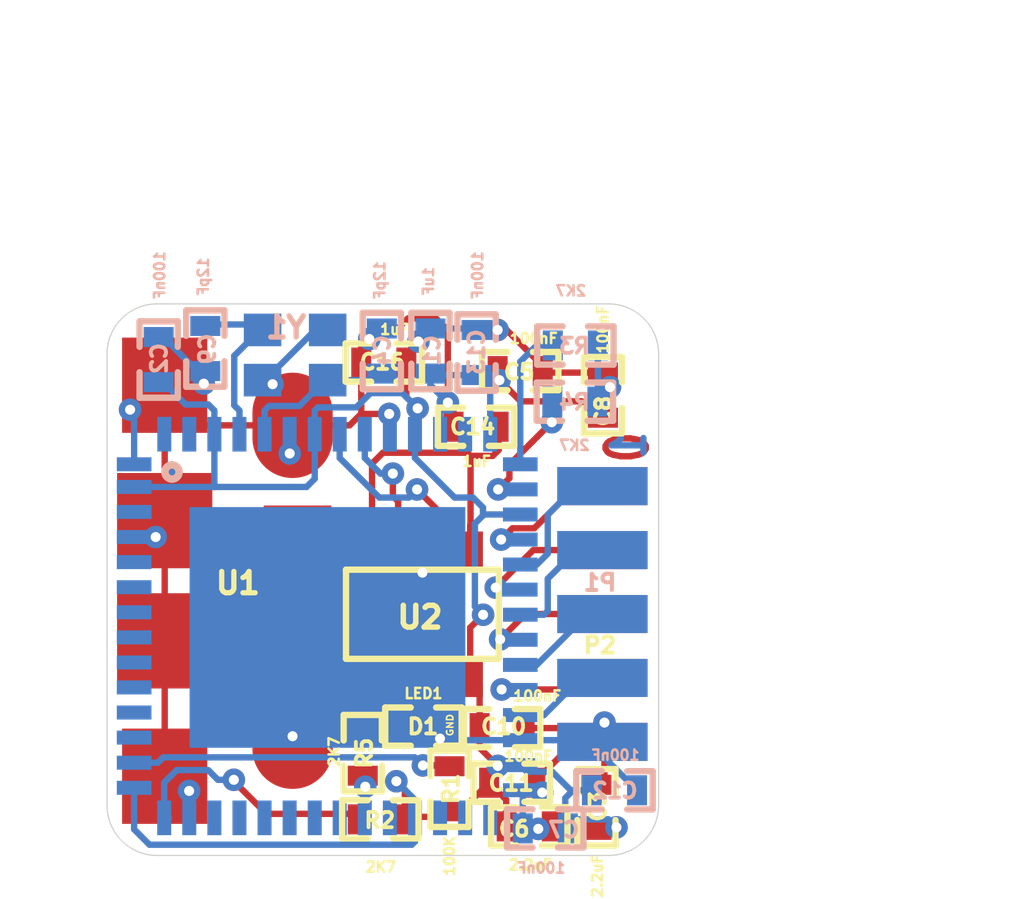
<source format=kicad_pcb>
(kicad_pcb (version 20221018) (generator pcbnew)
  (title_block (title "fx2grok-tiny 0.2") (date "2017-09-29") (rev "1") (company "http://www.sigrok.org/wiki/Fx2grok") (comment 1 "Open Hardware, CC-BY-SA 4.0"))
  (layers (0 "F.Cu" signal) (31 "B.Cu" signal) (34 "B.Paste" user) (35 "F.Paste" user) (36 "B.SilkS" user "B.Silkscreen") (37 "F.SilkS" user "F.Silkscreen") (38 "B.Mask" user) (39 "F.Mask" user) (44 "Edge.Cuts" user))
  (net 0 "")
  (net 1 "+5V")
  (net 2 "/DM")
  (net 3 "/DP")
  (net 4 "/PB0")
  (net 5 "/PB1")
  (net 6 "/PB2")
  (net 7 "/PB3")
  (net 8 "/PB4")
  (net 9 "/PB5")
  (net 10 "/PB6")
  (net 11 "/PB7")
  (net 12 "/RESET#")
  (net 13 "/SCL")
  (net 14 "/SDA")
  (net 15 "/WAKEUP")
  (net 16 "/XTALIN")
  (net 17 "/XTALOUT")
  (net 18 "GND")
  (net 19 "+3V3")
  (net 20 "/PA1")
  (net 21 "Net-(D1-Pad2)")
  (footprint "SOT23-5" (layer "F.Cu") (at 73.99116 43.9392 180)
    (fp_text reference "U2")
    (fp_text value "MIC5504" hide)
  )
  (footprint "SM0402" (layer "F.Cu") (at 75.58116 46.2092)
    (fp_text reference "C10")
    (fp_text value "100nF")
  )
  (footprint "SM0402" (layer "F.Cu") (at 77.59116 39.56962 -90)
    (fp_text reference "C8")
    (fp_text value "100nF")
  )
  (footprint "SM0402" (layer "F.Cu") (at 77.46116 47.7892 90)
    (fp_text reference "C3")
    (fp_text value "2.2uF")
  )
  (footprint "SM0402" (layer "F.Cu") (at 74.53116 47.4192 90)
    (fp_text reference "R1")
    (fp_text value "100K")
  )
  (footprint "SM0402" (layer "F.Cu") (at 76.12116 48.1692)
    (fp_text reference "C6")
    (fp_text value "2.2uF")
  )
  (footprint "SM0402" (layer "F.Cu") (at 75.77116 47.2992)
    (fp_text reference "C11")
    (fp_text value "100nF")
  )
  (footprint "SM0402" (layer "F.Cu") (at 75.94116 39.0892 180)
    (fp_text reference "C5")
    (fp_text value "100nF")
  )
  (footprint "SM0402" (layer "F.Cu") (at 73.15116 48.0292 180)
    (fp_text reference "R2")
    (fp_text value "2K7")
  )
  (footprint "SM0402" (layer "F.Cu") (at 75.06116 40.1992 180)
    (fp_text reference "C14")
    (fp_text value "1uF")
  )
  (footprint "SM0402" (layer "F.Cu") (at 73.22116 38.9192 180)
    (fp_text reference "C16")
    (fp_text value "1uF")
  )
  (footprint "CONN-5x1-SMD-127MM" (layer "F.Cu") (at 77.42114 44.30512 90)
    (fp_text reference "P2")
    (fp_text value "CONN_01X05" hide)
  )
  (footprint "MICRO-USB-B-SMD" (layer "F.Cu") (at 70.55042 43.27032 -90)
    (fp_text reference "U1")
    (fp_text value "MICRO-USB-B-SMD" hide)
  )
  (footprint "SM0402" (layer "F.Cu") (at 72.80116 46.7092 90)
    (fp_text reference "R5")
    (fp_text value "2K7")
  )
  (footprint "SM0402" (layer "F.Cu") (at 74.01116 46.1792 180)
    (fp_text reference "D1")
    (fp_text value "LED1")
  )
  (footprint "SM0402" (layer "B.Cu") (at 77.03116 39.6992)
    (fp_text reference "R4")
    (fp_text value "2K7")
  )
  (footprint "SM0402" (layer "B.Cu") (at 69.66116 38.6392 -90)
    (fp_text reference "C9")
    (fp_text value "12pF")
  )
  (footprint "SM0402" (layer "B.Cu") (at 73.18116 38.6892 90)
    (fp_text reference "C4")
    (fp_text value "12pF")
  )
  (footprint "SM0402" (layer "B.Cu") (at 68.73116 38.8592 90)
    (fp_text reference "C2")
    (fp_text value "100nF")
  )
  (footprint "SM0402" (layer "B.Cu") (at 77.04116 38.5792)
    (fp_text reference "R3")
    (fp_text value "2K7")
  )
  (footprint "SM0402" (layer "B.Cu") (at 75.07116 38.7192 -90)
    (fp_text reference "C13")
    (fp_text value "100nF")
  )
  (footprint "SM0402" (layer "B.Cu") (at 76.44116 48.2092 180)
    (fp_text reference "C7")
    (fp_text value "100nF")
  )
  (footprint "SM0402" (layer "B.Cu") (at 74.15116 38.6892 -90)
    (fp_text reference "C1")
    (fp_text value "1uF")
  )
  (footprint "SM0402" (layer "B.Cu") (at 77.82116 47.4492)
    (fp_text reference "C12")
    (fp_text value "100nF")
  )
  (footprint "ABM11" (layer "B.Cu") (at 71.45116 38.7692 180)
    (fp_text reference "Y1")
    (fp_text value "24MHz" hide)
  )
  (footprint "fx2grok-tiny:QFN56" (layer "B.Cu") (at 72.09732 44.2019 -90)
    (fp_text reference "IC1" hide)
    (fp_text value "CY7C68013A-56" hide)
  )
  (footprint "CONN-5x1-SMD-127MM" (layer "B.Cu") (at 77.42114 43.56344 -90)
    (fp_text reference "P1")
    (fp_text value "CONN_01X05" hide)
  )
  (gr_line (start 77.70116 37.7492) (end 68.70116 37.7492) (stroke (width 0.0254)) (layer "Edge.Cuts"))
  (gr_arc (start 77.70116 37.7492) (mid 78.408267 38.042093) (end 78.70116 38.7492) (stroke (width 0.0254)) (layer "Edge.Cuts"))
  (gr_line (start 78.70116 47.7492) (end 78.70116 38.7492) (stroke (width 0.0254)) (layer "Edge.Cuts"))
  (gr_arc (start 68.70116 48.7492) (mid 67.994053 48.456307) (end 67.70116 47.7492) (stroke (width 0.0254)) (layer "Edge.Cuts"))
  (gr_arc (start 67.70116 38.7492) (mid 67.994053 38.042093) (end 68.70116 37.7492) (stroke (width 0.0254)) (layer "Edge.Cuts"))
  (gr_arc (start 78.70116 47.7492) (mid 78.408267 48.456307) (end 77.70116 48.7492) (stroke (width 0.0254)) (layer "Edge.Cuts"))
  (gr_line (start 67.70116 38.7492) (end 67.70116 47.7492) (stroke (width 0.0254)) (layer "Edge.Cuts"))
  (gr_line (start 68.70116 48.7492) (end 77.70116 48.7492) (stroke (width 0.0254)) (layer "Edge.Cuts"))
  (gr_text "0" (at 78.08116 40.6092 90) (layer "F.Cu") (effects (font (size 0.802 0.624) (thickness 0.127)) (justify mirror)))
  (gr_text "1" (at 78.11116 40.5692 90) (layer "B.Cu") (effects (font (size 0.635 0.508) (thickness 0.127)) (justify mirror)))
  (gr_text "." (at 68.99116 40.5492) (layer "B.Cu") (effects (font (size 1.232 0.824) (thickness 0.206)) (justify mirror)))
  (gr_text "GND" (at 74.54116 46.1492 90) (layer "F.SilkS") (effects (font (size 0.127 0.144) (thickness 0.03175))))
  (segment (start 73.03866 42.5422) (end 73.03866 42.6692) (width 0.127) (layer "F.Cu") (net 1))
  (segment (start 72.8473 41.96984) (end 73.0093 41.96984) (width 0.127) (layer "F.Cu") (net 1))
  (segment (start 74.888962 40.718165) (end 73.202226 40.718165) (width 0.127) (layer "F.Cu") (net 1))
  (segment (start 74.95116 40.780363) (end 75.394997 40.780363) (width 0.127) (layer "F.Cu") (net 1))
  (segment (start 73.03866 42.6692) (end 73.03866 42.1612) (width 0.127) (layer "F.Cu") (net 1))
  (segment (start 74.95116 42.1537) (end 74.95116 40.780363) (width 0.127) (layer "F.Cu") (net 1))
  (segment (start 72.986276 41.946816) (end 73.03866 41.9992) (width 0.127) (layer "F.Cu") (net 1))
  (segment (start 75.51074 40.66462) (end 75.51074 40.1992) (width 0.127) (layer "F.Cu") (net 1))
  (segment (start 73.202226 40.718165) (end 72.986276 40.934115) (width 0.127) (layer "F.Cu") (net 1))
  (segment (start 73.03866 41.9992) (end 73.03866 42.1612) (width 0.127) (layer "F.Cu") (net 1))
  (segment (start 72.986276 40.934115) (end 72.986276 41.946816) (width 0.127) (layer "F.Cu") (net 1))
  (segment (start 74.94366 42.1612) (end 74.95116 42.1537) (width 0.127) (layer "F.Cu") (net 1))
  (segment (start 75.394997 40.780363) (end 75.51074 40.66462) (width 0.127) (layer "F.Cu") (net 1))
  (segment (start 74.94366 42.6692) (end 74.94366 42.1612) (width 0.127) (layer "F.Cu") (net 1))
  (segment (start 72.8473 41.96984) (end 71.50038 41.96984) (width 0.127) (layer "F.Cu") (net 1))
  (segment (start 73.0093 41.96984) (end 73.03866 41.9992) (width 0.127) (layer "F.Cu") (net 1))
  (segment (start 74.95116 40.780363) (end 74.888962 40.718165) (width 0.127) (layer "F.Cu") (net 1))
  (segment (start 73.445061 43.240701) (end 73.506405 43.179357) (width 0.127) (layer "F.Cu") (net 2))
  (segment (start 73.506405 43.179357) (end 73.506405 41.687221) (width 0.127) (layer "F.Cu") (net 2))
  (segment (start 71.50038 42.62008) (end 72.011638 42.62008) (width 0.127) (layer "F.Cu") (net 2))
  (segment (start 73.401567 41.582383) (end 73.401567 41.451357) (width 0.127) (layer "F.Cu") (net 2))
  (segment (start 73.401567 41.451357) (end 73.401567 41.133456) (width 0.127) (layer "F.Cu") (net 2))
  (segment (start 72.632259 43.240701) (end 73.445061 43.240701) (width 0.127) (layer "F.Cu") (net 2))
  (segment (start 73.506405 41.687221) (end 73.401567 41.582383) (width 0.127) (layer "F.Cu") (net 2))
  (segment (start 72.011638 42.62008) (end 72.632259 43.240701) (width 0.127) (layer "F.Cu") (net 2))
  (via (at 73.401567 41.133456) (size 0.44958) (drill 0.20066) (layers "F.Cu" "B.Cu") (net 2))
  (segment (start 72.84154 40.34872) (end 72.84154 40.82116) (width 0.127) (layer "B.Cu") (net 2))
  (segment (start 72.84154 40.82116) (end 73.153836 41.133456) (width 0.127) (layer "B.Cu") (net 2))
  (segment (start 73.153836 41.133456) (end 73.401567 41.133456) (width 0.127) (layer "B.Cu") (net 2))
  (segment (start 71.50038 43.27032) (end 72.302653 43.27032) (width 0.127) (layer "F.Cu") (net 3))
  (segment (start 74.190501 43.524492) (end 74.435661 43.279332) (width 0.127) (layer "F.Cu") (net 3))
  (segment (start 72.302653 43.27032) (end 72.556825 43.524492) (width 0.127) (layer "F.Cu") (net 3))
  (segment (start 74.435661 42.001844) (end 74.108412 41.674595) (width 0.127) (layer "F.Cu") (net 3))
  (segment (start 74.108412 41.674595) (end 73.883623 41.449806) (width 0.127) (layer "F.Cu") (net 3))
  (segment (start 74.435661 43.279332) (end 74.435661 42.001844) (width 0.127) (layer "F.Cu") (net 3))
  (segment (start 72.556825 43.524492) (end 74.190501 43.524492) (width 0.127) (layer "F.Cu") (net 3))
  (via (at 73.883623 41.449806) (size 0.44958) (drill 0.20066) (layers "F.Cu" "B.Cu") (net 3))
  (segment (start 72.34116 40.34872) (end 72.34116 40.82116) (width 0.127) (layer "B.Cu") (net 3))
  (segment (start 73.131099 41.611099) (end 73.72233 41.611099) (width 0.127) (layer "B.Cu") (net 3))
  (segment (start 73.72233 41.611099) (end 73.883623 41.449806) (width 0.127) (layer "B.Cu") (net 3))
  (segment (start 72.34116 40.82116) (end 73.131099 41.611099) (width 0.127) (layer "B.Cu") (net 3))
  (segment (start 75.785949 42.224411) (end 76.220449 42.224411) (width 0.127) (layer "F.Cu") (net 4))
  (segment (start 76.220449 42.224411) (end 77.06074 41.38412) (width 0.127) (layer "F.Cu") (net 4))
  (segment (start 77.06074 41.38412) (end 77.58116 41.38412) (width 0.127) (layer "F.Cu") (net 4))
  (segment (start 75.56116 42.4492) (end 75.785949 42.224411) (width 0.127) (layer "F.Cu") (net 4))
  (via (at 75.56116 42.4492) (size 0.44958) (drill 0.20066) (layers "F.Cu" "B.Cu") (net 4))
  (segment (start 75.935323 42.441743) (end 75.931863 42.441743) (width 0.127) (layer "B.Cu") (net 4))
  (segment (start 75.94288 42.4493) (end 75.935323 42.441743) (width 0.127) (layer "B.Cu") (net 4))
  (segment (start 75.56126 42.4493) (end 75.56116 42.4492) (width 0.127) (layer "B.Cu") (net 4))
  (segment (start 75.94288 42.4493) (end 75.56126 42.4493) (width 0.127) (layer "B.Cu") (net 4))
  (segment (start 76.490509 42.729713) (end 76.490509 41.954351) (width 0.127) (layer "B.Cu") (net 5))
  (segment (start 75.94288 42.94714) (end 75.93654 42.9408) (width 0.127) (layer "B.Cu") (net 5))
  (segment (start 76.273082 42.94714) (end 76.490509 42.729713) (width 0.127) (layer "B.Cu") (net 5))
  (segment (start 76.490509 41.954351) (end 77.06074 41.38412) (width 0.127) (layer "B.Cu") (net 5))
  (segment (start 75.93654 42.9408) (end 75.931863 42.9408) (width 0.127) (layer "B.Cu") (net 5))
  (segment (start 77.212611 41.39412) (end 77.62116 41.39412) (width 0.127) (layer "B.Cu") (net 5))
  (segment (start 77.06074 41.38412) (end 77.58116 41.38412) (width 0.127) (layer "B.Cu") (net 5))
  (segment (start 75.94288 42.94714) (end 76.273082 42.94714) (width 0.127) (layer "B.Cu") (net 5))
  (segment (start 75.94288 42.94714) (end 76.26287 42.94714) (width 0.127) (layer "B.Cu") (net 5))
  (segment (start 76.26287 42.94714) (end 76.269218 42.940792) (width 0.127) (layer "B.Cu") (net 5))
  (segment (start 76.200937 42.6592) (end 77.58116 42.6592) (width 0.127) (layer "F.Cu") (net 6))
  (segment (start 75.452665 43.407472) (end 76.200937 42.6592) (width 0.127) (layer "F.Cu") (net 6))
  (segment (start 77.206369 42.68396) (end 77.62116 42.68396) (width 0.127) (layer "F.Cu") (net 6))
  (via (at 75.452665 43.407472) (size 0.44958) (drill 0.20066) (layers "F.Cu" "B.Cu") (net 6))
  (segment (start 75.94288 43.44752) (end 75.492713 43.44752) (width 0.127) (layer "B.Cu") (net 6))
  (segment (start 75.492713 43.44752) (end 75.452665 43.407472) (width 0.127) (layer "B.Cu") (net 6))
  (segment (start 75.94288 43.9479) (end 76.41532 43.9479) (width 0.127) (layer "B.Cu") (net 7))
  (segment (start 76.41532 43.9479) (end 76.490509 43.872711) (width 0.127) (layer "B.Cu") (net 7))
  (segment (start 75.94288 43.9479) (end 76.26033 43.9479) (width 0.127) (layer "B.Cu") (net 7))
  (segment (start 77.06074 42.6592) (end 77.58116 42.6592) (width 0.127) (layer "B.Cu") (net 7))
  (segment (start 76.490509 43.872711) (end 76.490509 43.229431) (width 0.127) (layer "B.Cu") (net 7))
  (segment (start 77.62116 42.6692) (end 77.19364 42.6692) (width 0.127) (layer "B.Cu") (net 7))
  (segment (start 76.490509 43.229431) (end 77.06074 42.6592) (width 0.127) (layer "B.Cu") (net 7))
  (segment (start 77.00074 43.95904) (end 77.62116 43.95904) (width 0.127) (layer "F.Cu") (net 8))
  (segment (start 76.932049 43.95904) (end 77.62116 43.95904) (width 0.127) (layer "F.Cu") (net 8))
  (segment (start 75.54116 44.4392) (end 76.04608 43.93428) (width 0.127) (layer "F.Cu") (net 8))
  (segment (start 76.04608 43.93428) (end 77.58116 43.93428) (width 0.127) (layer "F.Cu") (net 8))
  (via (at 75.54116 44.4392) (size 0.44958) (drill 0.20066) (layers "F.Cu" "B.Cu") (net 8))
  (segment (start 75.94288 44.44828) (end 75.55024 44.44828) (width 0.127) (layer "B.Cu") (net 8))
  (segment (start 75.55024 44.44828) (end 75.54116 44.4392) (width 0.127) (layer "B.Cu") (net 8))
  (segment (start 77.313 44.25244) (end 77.62116 43.94428) (width 0.127) (layer "B.Cu") (net 9))
  (segment (start 77.284922 43.93428) (end 77.58116 43.93428) (width 0.127) (layer "B.Cu") (net 9))
  (segment (start 75.94288 44.94866) (end 76.270542 44.94866) (width 0.127) (layer "B.Cu") (net 9))
  (segment (start 76.270542 44.94866) (end 77.284922 43.93428) (width 0.127) (layer "B.Cu") (net 9))
  (segment (start 75.94288 44.94866) (end 76.26033 44.94866) (width 0.127) (layer "B.Cu") (net 9))
  (segment (start 77.33986 44.22558) (end 77.62116 43.94428) (width 0.127) (layer "B.Cu") (net 9))
  (segment (start 77.60624 45.2192) (end 77.62116 45.23412) (width 0.127) (layer "F.Cu") (net 10))
  (segment (start 77.021311 45.23412) (end 77.62116 45.23412) (width 0.127) (layer "F.Cu") (net 10))
  (segment (start 75.57116 45.4392) (end 77.35132 45.4392) (width 0.127) (layer "F.Cu") (net 10))
  (segment (start 77.35132 45.4392) (end 77.58116 45.20936) (width 0.127) (layer "F.Cu") (net 10))
  (via (at 75.57116 45.4392) (size 0.44958) (drill 0.20066) (layers "F.Cu" "B.Cu") (net 10))
  (segment (start 75.581 45.44904) (end 75.57116 45.4392) (width 0.127) (layer "B.Cu") (net 10))
  (segment (start 75.94288 45.44904) (end 75.581 45.44904) (width 0.127) (layer "B.Cu") (net 10))
  (segment (start 75.94288 45.94942) (end 76.41532 45.94942) (width 0.127) (layer "B.Cu") (net 11))
  (segment (start 76.41532 45.94942) (end 77.15538 45.20936) (width 0.127) (layer "B.Cu") (net 11))
  (segment (start 77.61418 45.22634) (end 77.62116 45.21936) (width 0.127) (layer "B.Cu") (net 11))
  (segment (start 77.15538 45.20936) (end 77.58116 45.20936) (width 0.127) (layer "B.Cu") (net 11))
  (segment (start 77.39148 45.44904) (end 77.62116 45.21936) (width 0.127) (layer "B.Cu") (net 11))
  (segment (start 75.94288 45.94942) (end 75.92432 45.93086) (width 0.127) (layer "B.Cu") (net 11))
  (segment (start 75.92432 45.93086) (end 75.803124 45.93086) (width 0.127) (layer "B.Cu") (net 11))
  (segment (start 72.61673 47.9192) (end 72.61673 47.9792) (width 0.127) (layer "F.Cu") (net 12))
  (segment (start 70.880424 47.9192) (end 72.61673 47.9192) (width 0.127) (layer "F.Cu") (net 12))
  (segment (start 70.266795 47.305571) (end 70.880424 47.9192) (width 0.127) (layer "F.Cu") (net 12))
  (via (at 70.22999 47.240379) (size 0.44958) (drill 0.20066) (layers "F.Cu" "B.Cu") (net 12))
  (segment (start 68.849524 48.007684) (end 68.84104 47.9992) (width 0.127) (layer "B.Cu") (net 12))
  (segment (start 68.84104 47.295827) (end 69.090155 47.046712) (width 0.127) (layer "B.Cu") (net 12))
  (segment (start 69.718422 47.046712) (end 69.912089 47.240379) (width 0.127) (layer "B.Cu") (net 12))
  (segment (start 68.84104 47.9992) (end 68.84104 47.295827) (width 0.127) (layer "B.Cu") (net 12))
  (segment (start 69.912089 47.240379) (end 70.22999 47.240379) (width 0.127) (layer "B.Cu") (net 12))
  (segment (start 69.090155 47.046712) (end 69.718422 47.046712) (width 0.127) (layer "B.Cu") (net 12))
  (segment (start 68.84104 47.9992) (end 68.935004 47.9992) (width 0.127) (layer "B.Cu") (net 12))
  (segment (start 75.94288 40.94816) (end 75.94288 38.90151) (width 0.127) (layer "B.Cu") (net 13))
  (segment (start 76.26519 38.5792) (end 76.59158 38.5792) (width 0.127) (layer "B.Cu") (net 13))
  (segment (start 75.94288 38.90151) (end 76.26519 38.5792) (width 0.127) (layer "B.Cu") (net 13))
  (segment (start 75.50116 41.4492) (end 75.725949 41.224411) (width 0.127) (layer "F.Cu") (net 14))
  (segment (start 75.725949 40.954411) (end 76.57116 40.1092) (width 0.127) (layer "F.Cu") (net 14))
  (segment (start 75.725949 41.224411) (end 75.725949 40.954411) (width 0.127) (layer "F.Cu") (net 14))
  (via (at 75.50116 41.4492) (size 0.44958) (drill 0.20066) (layers "F.Cu" "B.Cu") (net 14))
  (via (at 76.57116 40.1092) (size 0.44958) (drill 0.20066) (layers "F.Cu" "B.Cu") (net 14))
  (segment (start 76.58158 40.09878) (end 76.57116 40.1092) (width 0.127) (layer "B.Cu") (net 14))
  (segment (start 76.65116 40.0292) (end 76.57116 40.1092) (width 0.127) (layer "B.Cu") (net 14))
  (segment (start 75.50182 41.44854) (end 75.50116 41.4492) (width 0.127) (layer "B.Cu") (net 14))
  (segment (start 75.94288 41.44854) (end 75.50182 41.44854) (width 0.127) (layer "B.Cu") (net 14))
  (segment (start 76.58158 39.6992) (end 76.58158 40.09878) (width 0.127) (layer "B.Cu") (net 14))
  (segment (start 74.526788 46.953992) (end 74.59116 46.88962) (width 0.127) (layer "F.Cu") (net 15))
  (segment (start 74.00116 46.953992) (end 74.526788 46.953992) (width 0.127) (layer "F.Cu") (net 15))
  (via (at 74.00116 46.953992) (size 0.44958) (drill 0.20066) (layers "F.Cu" "B.Cu") (net 15))
  (segment (start 73.224661 46.792701) (end 73.839869 46.792701) (width 0.127) (layer "B.Cu") (net 15))
  (segment (start 68.2416 46.89938) (end 68.71404 46.89938) (width 0.127) (layer "B.Cu") (net 15))
  (segment (start 68.820719 46.792701) (end 73.224661 46.792701) (width 0.127) (layer "B.Cu") (net 15))
  (segment (start 68.71404 46.89938) (end 68.820719 46.792701) (width 0.127) (layer "B.Cu") (net 15))
  (segment (start 73.839869 46.792701) (end 74.00116 46.953992) (width 0.127) (layer "B.Cu") (net 15))
  (segment (start 72.05187 39.26958) (end 72.1014 39.26958) (width 0.127) (layer "B.Cu") (net 16))
  (segment (start 70.84256 39.87628) (end 70.933639 39.785201) (width 0.127) (layer "B.Cu") (net 16))
  (segment (start 72.1014 39.26958) (end 73.05036 39.26958) (width 0.127) (layer "B.Cu") (net 16))
  (segment (start 71.536249 39.785201) (end 72.05187 39.26958) (width 0.127) (layer "B.Cu") (net 16))
  (segment (start 70.933639 39.785201) (end 71.536249 39.785201) (width 0.127) (layer "B.Cu") (net 16))
  (segment (start 73.05036 39.26958) (end 73.18116 39.13878) (width 0.127) (layer "B.Cu") (net 16))
  (segment (start 70.84256 40.34872) (end 70.84256 39.87628) (width 0.127) (layer "B.Cu") (net 16))
  (segment (start 69.63116 38.15962) (end 70.69426 38.15962) (width 0.127) (layer "B.Cu") (net 17))
  (segment (start 70.34218 39.87628) (end 70.238309 39.772409) (width 0.127) (layer "B.Cu") (net 17))
  (segment (start 70.238309 39.772409) (end 70.238309 38.784441) (width 0.127) (layer "B.Cu") (net 17))
  (segment (start 70.238309 38.784441) (end 70.75393 38.26882) (width 0.127) (layer "B.Cu") (net 17))
  (segment (start 70.69426 38.15962) (end 70.80346 38.26882) (width 0.127) (layer "B.Cu") (net 17))
  (segment (start 70.34218 40.34872) (end 70.34218 39.87628) (width 0.127) (layer "B.Cu") (net 17))
  (segment (start 76.30116 48.2192) (end 76.43074 48.2192) (width 0.127) (layer "F.Cu") (net 18))
  (segment (start 68.85116 42.07144) (end 68.85116 39.37142) (width 0.127) (layer "F.Cu") (net 18))
  (segment (start 72.77158 38.49248) (end 72.81486 38.4492) (width 0.127) (layer "F.Cu") (net 18))
  (segment (start 72.776771 39.943971) (end 73.328003 39.943971) (width 0.127) (layer "F.Cu") (net 18))
  (segment (start 71.40132 44.66986) (end 71.50038 44.5708) (width 0.127) (layer "F.Cu") (net 18))
  (segment (start 74.498152 38.276192) (end 74.498152 39.717541) (width 0.127) (layer "F.Cu") (net 18))
  (segment (start 71.40132 46.37166) (end 71.40132 44.66986) (width 0.127) (layer "F.Cu") (net 18))
  (segment (start 75.949959 39.69281) (end 75.752369 39.49522) (width 0.127) (layer "F.Cu") (net 18))
  (segment (start 73.70116 38.0392) (end 74.26116 38.0392) (width 0.127) (layer "F.Cu") (net 18))
  (segment (start 72.77158 38.9192) (end 72.77158 38.49248) (width 0.127) (layer "F.Cu") (net 18))
  (segment (start 68.85116 47.16922) (end 68.85116 44.4692) (width 0.127) (layer "F.Cu") (net 18))
  (segment (start 77.16444 39.69281) (end 75.949959 39.69281) (width 0.127) (layer "F.Cu") (net 18))
  (segment (start 72.53884 40.17152) (end 71.40132 40.17152) (width 0.127) (layer "F.Cu") (net 18))
  (segment (start 69.64872 46.37166) (end 68.85116 47.16922) (width 0.127) (layer "F.Cu") (net 18))
  (segment (start 77.62116 46.5092) (end 77.00074 46.5092) (width 0.127) (layer "F.Cu") (net 18))
  (segment (start 76.379544 47.130396) (end 76.379544 47.176599) (width 0.127) (layer "F.Cu") (net 18))
  (segment (start 76.03074 46.2092) (end 77.30592 46.2092) (width 0.127) (layer "F.Cu") (net 18))
  (segment (start 77.62116 46.5092) (end 77.62116 46.0992) (width 0.127) (layer "F.Cu") (net 18))
  (segment (start 75.752369 39.49522) (end 75.52758 39.270431) (width 0.127) (layer "F.Cu") (net 18))
  (segment (start 74.26116 38.0392) (end 74.498152 38.276192) (width 0.127) (layer "F.Cu") (net 18))
  (segment (start 77.59116 40.0192) (end 77.49083 40.0192) (width 0.127) (layer "F.Cu") (net 18))
  (segment (start 77.30592 46.2092) (end 77.58116 46.48444) (width 0.127) (layer "F.Cu") (net 18))
  (segment (start 71.40132 40.17152) (end 69.65126 40.17152) (width 0.127) (layer "F.Cu") (net 18))
  (segment (start 74.61158 40.1992) (end 74.61158 39.830969) (width 0.127) (layer "F.Cu") (net 18))
  (segment (start 71.40132 46.37166) (end 69.64872 46.37166) (width 0.127) (layer "F.Cu") (net 18))
  (segment (start 77.49083 40.0192) (end 77.16444 39.69281) (width 0.127) (layer "F.Cu") (net 18))
  (segment (start 68.85116 44.4692) (end 68.85116 42.07144) (width 0.127) (layer "F.Cu") (net 18))
  (segment (start 77.62116 46.5092) (end 77.62116 47.17962) (width 0.127) (layer "F.Cu") (net 18))
  (segment (start 74.46074 46.1792) (end 74.46074 46.298858) (width 0.127) (layer "F.Cu") (net 18))
  (segment (start 71.40132 39.74936) (end 71.00316 39.3512) (width 0.127) (layer "F.Cu") (net 18))
  (segment (start 77.00074 46.5092) (end 76.379544 47.130396) (width 0.127) (layer "F.Cu") (net 18))
  (segment (start 72.77158 39.93878) (end 72.776771 39.943971) (width 0.127) (layer "F.Cu") (net 18))
  (segment (start 72.77158 38.9192) (end 72.77158 39.93878) (width 0.127) (layer "F.Cu") (net 18))
  (segment (start 77.62116 47.17962) (end 77.46116 47.33962) (width 0.127) (layer "F.Cu") (net 18))
  (segment (start 71.40132 40.17152) (end 71.40132 39.74936) (width 0.127) (layer "F.Cu") (net 18))
  (segment (start 69.65126 40.17152) (end 68.85116 39.37142) (width 0.127) (layer "F.Cu") (net 18))
  (segment (start 73.99116 42.6692) (end 73.99116 43.1092) (width 0.127) (layer "F.Cu") (net 18))
  (segment (start 76.56074 48.0892) (end 76.212762 48.0892) (width 0.127) (layer "F.Cu") (net 18))
  (segment (start 72.81486 38.4492) (end 72.93116 38.4492) (width 0.127) (layer "F.Cu") (net 18))
  (segment (start 76.43074 48.2192) (end 76.56074 48.0892) (width 0.127) (layer "F.Cu") (net 18))
  (segment (start 72.77158 38.9192) (end 72.77158 39.387548) (width 0.127) (layer "F.Cu") (net 18))
  (segment (start 72.93116 38.4492) (end 73.155949 38.224411) (width 0.127) (layer "F.Cu") (net 18))
  (segment (start 71.57378 46.1992) (end 71.40132 46.37166) (width 0.127) (layer "F.Cu") (net 18))
  (segment (start 73.155949 38.224411) (end 73.515949 38.224411) (width 0.127) (layer "F.Cu") (net 18))
  (segment (start 74.61158 39.830969) (end 74.498152 39.717541) (width 0.127) (layer "F.Cu") (net 18))
  (segment (start 72.77158 39.93878) (end 72.53884 40.17152) (width 0.127) (layer "F.Cu") (net 18))
  (segment (start 76.379544 47.176599) (end 76.379544 47.4945) (width 0.127) (layer "F.Cu") (net 18))
  (segment (start 73.515949 38.224411) (end 73.70116 38.0392) (width 0.127) (layer "F.Cu") (net 18))
  (segment (start 74.46074 46.298858) (end 74.34116 46.418438) (width 0.127) (layer "F.Cu") (net 18))
  (via (at 74.34116 46.418438) (size 0.44958) (drill 0.20066) (layers "F.Cu" "B.Cu") (net 18))
  (via (at 75.52758 39.270431) (size 0.44958) (drill 0.20066) (layers "F.Cu" "B.Cu") (net 18))
  (via (at 73.328003 39.943971) (size 0.44958) (drill 0.20066) (layers "F.Cu" "B.Cu") (net 18))
  (via (at 76.30116 48.2192) (size 0.44958) (drill 0.20066) (layers "F.Cu" "B.Cu") (net 18))
  (via (at 68.16116 39.8592) (size 0.44958) (drill 0.20066) (layers "F.Cu" "B.Cu") (net 18))
  (via (at 69.63116 39.3392) (size 0.44958) (drill 0.20066) (layers "F.Cu" "B.Cu") (net 18))
  (via (at 71.00316 39.3512) (size 0.44958) (drill 0.20066) (layers "F.Cu" "B.Cu") (net 18))
  (via (at 69.338686 47.462012) (size 0.44958) (drill 0.20066) (layers "F.Cu" "B.Cu") (net 18))
  (via (at 76.379544 47.4945) (size 0.44958) (drill 0.20066) (layers "F.Cu" "B.Cu") (net 18))
  (via (at 71.344558 40.732598) (size 0.44958) (drill 0.20066) (layers "F.Cu" "B.Cu") (net 18))
  (via (at 77.62116 46.0992) (size 0.44958) (drill 0.20066) (layers "F.Cu" "B.Cu") (net 18))
  (via (at 71.40132 46.37166) (size 0.44958) (drill 0.20066) (layers "F.Cu" "B.Cu") (net 18))
  (via (at 72.93116 38.4492) (size 0.44958) (drill 0.20066) (layers "F.Cu" "B.Cu") (net 18))
  (via (at 68.67116 42.3992) (size 0.44958) (drill 0.20066) (layers "F.Cu" "B.Cu") (net 18))
  (via (at 74.498152 39.717541) (size 0.44958) (drill 0.20066) (layers "F.Cu" "B.Cu") (net 18))
  (via (at 73.99116 43.1092) (size 0.44958) (drill 0.20066) (layers "F.Cu" "B.Cu") (net 18))
  (segment (start 75.52758 39.19848) (end 75.52758 39.270431) (width 0.127) (layer "B.Cu") (net 18))
  (segment (start 75.99158 48.2092) (end 76.29116 48.2092) (width 0.127) (layer "B.Cu") (net 18))
  (segment (start 69.42107 39.0092) (end 68.94149 38.52962) (width 0.127) (layer "B.Cu") (net 18))
  (segment (start 76.29116 48.2092) (end 76.30116 48.2192) (width 0.127) (layer "B.Cu") (net 18))
  (segment (start 69.63116 39.05878) (end 69.63116 38.9892) (width 0.127) (layer "B.Cu") (net 18))
  (segment (start 75.98936 47.4945) (end 76.061643 47.4945) (width 0.127) (layer "B.Cu") (net 18))
  (segment (start 69.34142 47.9992) (end 69.343499 47.9992) (width 0.127) (layer "B.Cu") (net 18))
  (segment (start 71.344558 40.350338) (end 71.344558 40.414697) (width 0.127) (layer "B.Cu") (net 18))
  (segment (start 70.80346 39.26958) (end 70.85299 39.26958) (width 0.127) (layer "B.Cu") (net 18))
  (segment (start 75.49788 39.16878) (end 75.52758 39.19848) (width 0.127) (layer "B.Cu") (net 18))
  (segment (start 71.344558 40.414697) (end 71.344558 40.732598) (width 0.127) (layer "B.Cu") (net 18))
  (segment (start 75.99158 48.2092) (end 75.99158 47.49672) (width 0.127) (layer "B.Cu") (net 18))
  (segment (start 74.34268 40.34872) (end 74.34268 39.873013) (width 0.127) (layer "B.Cu") (net 18))
  (segment (start 69.48041 39.0092) (end 69.42107 39.0092) (width 0.127) (layer "B.Cu") (net 18))
  (segment (start 74.15116 39.370549) (end 74.498152 39.717541) (width 0.127) (layer "B.Cu") (net 18))
  (segment (start 69.343499 47.9992) (end 69.350296 47.992403) (width 0.127) (layer "B.Cu") (net 18))
  (segment (start 68.94149 38.52962) (end 68.84116 38.52962) (width 0.127) (layer "B.Cu") (net 18))
  (segment (start 68.2416 40.94816) (end 68.2416 39.93964) (width 0.127) (layer "B.Cu") (net 18))
  (segment (start 75.94288 46.4498) (end 76.60116 46.4498) (width 0.127) (layer "B.Cu") (net 18))
  (segment (start 72.97158 38.4492) (end 73.18116 38.23962) (width 0.127) (layer "B.Cu") (net 18))
  (segment (start 75.34344 40.34872) (end 75.34344 39.44106) (width 0.127) (layer "B.Cu") (net 18))
  (segment (start 71.85375 38.26882) (end 72.1014 38.26882) (width 0.127) (layer "B.Cu") (net 18))
  (segment (start 69.34142 47.464746) (end 69.338686 47.462012) (width 0.127) (layer "B.Cu") (net 18))
  (segment (start 77.62116 46.49444) (end 77.62116 46.79962) (width 0.127) (layer "B.Cu") (net 18))
  (segment (start 74.34522 46.4498) (end 72.09732 44.2019) (width 0.127) (layer "B.Cu") (net 18))
  (segment (start 75.94288 47.44802) (end 75.98936 47.4945) (width 0.127) (layer "B.Cu") (net 18))
  (segment (start 75.34344 39.44106) (end 75.07116 39.16878) (width 0.127) (layer "B.Cu") (net 18))
  (segment (start 77.62116 46.79962) (end 78.27074 47.4492) (width 0.127) (layer "B.Cu") (net 18))
  (segment (start 74.15116 39.13878) (end 74.15116 39.370549) (width 0.127) (layer "B.Cu") (net 18))
  (segment (start 69.53083 39.05878) (end 69.53041 39.0592) (width 0.127) (layer "B.Cu") (net 18))
  (segment (start 69.63116 39.05878) (end 69.63116 39.3392) (width 0.127) (layer "B.Cu") (net 18))
  (segment (start 75.07116 39.16878) (end 75.49788 39.16878) (width 0.127) (layer "B.Cu") (net 18))
  (segment (start 69.34142 47.9992) (end 69.34142 47.464746) (width 0.127) (layer "B.Cu") (net 18))
  (segment (start 74.34268 39.873013) (end 74.498152 39.717541) (width 0.127) (layer "B.Cu") (net 18))
  (segment (start 72.93116 38.4492) (end 72.97158 38.4492) (width 0.127) (layer "B.Cu") (net 18))
  (segment (start 75.99158 47.49672) (end 75.94288 47.44802) (width 0.127) (layer "B.Cu") (net 18))
  (segment (start 75.94288 46.4498) (end 74.34522 46.4498) (width 0.127) (layer "B.Cu") (net 18))
  (segment (start 71.00316 39.3512) (end 70.88508 39.3512) (width 0.127) (layer "B.Cu") (net 18))
  (segment (start 76.061643 47.4945) (end 76.379544 47.4945) (width 0.127) (layer "B.Cu") (net 18))
  (segment (start 73.34192 39.957888) (end 73.328003 39.943971) (width 0.127) (layer "B.Cu") (net 18))
  (segment (start 76.00158 47.50672) (end 75.94288 47.44802) (width 0.127) (layer "B.Cu") (net 18))
  (segment (start 68.67116 42.3992) (end 68.2423 42.3992) (width 0.127) (layer "B.Cu") (net 18))
  (segment (start 69.53041 39.0592) (end 69.48041 39.0092) (width 0.127) (layer "B.Cu") (net 18))
  (segment (start 75.07116 39.16878) (end 74.18116 39.16878) (width 0.127) (layer "B.Cu") (net 18))
  (segment (start 73.34192 40.34872) (end 73.34192 39.957888) (width 0.127) (layer "B.Cu") (net 18))
  (segment (start 69.63116 39.05878) (end 69.53083 39.05878) (width 0.127) (layer "B.Cu") (net 18))
  (segment (start 71.34294 40.34872) (end 71.344558 40.350338) (width 0.127) (layer "B.Cu") (net 18))
  (segment (start 70.85299 39.26958) (end 71.85375 38.26882) (width 0.127) (layer "B.Cu") (net 18))
  (segment (start 70.88508 39.3512) (end 70.80346 39.26958) (width 0.127) (layer "B.Cu") (net 18))
  (segment (start 74.18116 39.16878) (end 74.15116 39.13878) (width 0.127) (layer "B.Cu") (net 18))
  (segment (start 68.2416 39.93964) (end 68.16116 39.8592) (width 0.127) (layer "B.Cu") (net 18))
  (segment (start 76.60116 46.4498) (end 77.57652 46.4498) (width 0.127) (layer "B.Cu") (net 18))
  (segment (start 77.62116 46.0992) (end 77.62116 46.49444) (width 0.127) (layer "B.Cu") (net 18))
  (segment (start 68.2423 42.3992) (end 68.2416 42.3985) (width 0.127) (layer "B.Cu") (net 18))
  (segment (start 74.94366 45.2092) (end 74.94366 44.2067) (width 0.127) (layer "F.Cu") (net 19))
  (segment (start 75.13158 45.39712) (end 74.94366 45.2092) (width 0.127) (layer "F.Cu") (net 19))
  (segment (start 75.66158 47.6392) (end 75.32158 47.2992) (width 0.127) (layer "F.Cu") (net 19))
  (segment (start 74.94074 45.21212) (end 74.94366 45.2092) (width 0.127) (layer "F.Cu") (net 19))
  (segment (start 75.67107 38.2692) (end 75.49116 38.2692) (width 0.127) (layer "F.Cu") (net 19))
  (segment (start 73.67074 38.9192) (end 73.67074 39.607963) (width 0.127) (layer "F.Cu") (net 19))
  (segment (start 75.13158 46.2092) (end 75.13158 45.39712) (width 0.127) (layer "F.Cu") (net 19))
  (segment (start 75.66158 48.0892) (end 75.66158 47.6392) (width 0.127) (layer "F.Cu") (net 19))
  (segment (start 75.13158 46.2092) (end 75.13158 46.601571) (width 0.127) (layer "F.Cu") (net 19))
  (segment (start 73.67074 38.73962) (end 73.91116 38.4992) (width 0.127) (layer "F.Cu") (net 19))
  (segment (start 73.67074 39.607963) (end 73.895363 39.832586) (width 0.127) (layer "F.Cu") (net 19))
  (segment (start 73.64074 47.9792) (end 73.64074 47.43878) (width 0.127) (layer "F.Cu") (net 19))
  (segment (start 73.67074 38.9192) (end 73.67074 38.73962) (width 0.127) (layer "F.Cu") (net 19))
  (segment (start 73.64074 47.43878) (end 73.47116 47.2692) (width 0.127) (layer "F.Cu") (net 19))
  (segment (start 75.268667 47.246287) (end 75.268667 47.188236) (width 0.127) (layer "F.Cu") (net 19))
  (segment (start 74.94366 44.2067) (end 75.20116 43.9492) (width 0.127) (layer "F.Cu") (net 19))
  (segment (start 75.56158 47.9892) (end 75.66158 48.0892) (width 0.127) (layer "F.Cu") (net 19))
  (segment (start 76.39074 38.98887) (end 75.67107 38.2692) (width 0.127) (layer "F.Cu") (net 19))
  (segment (start 75.13158 46.601571) (end 75.493456 46.963447) (width 0.127) (layer "F.Cu") (net 19))
  (segment (start 77.73116 39.26004) (end 77.59116 39.12004) (width 0.127) (layer "F.Cu") (net 19))
  (segment (start 74.59116 47.78878) (end 74.414444 47.78878) (width 0.127) (layer "F.Cu") (net 19))
  (segment (start 76.42158 39.12004) (end 76.39074 39.0892) (width 0.127) (layer "F.Cu") (net 19))
  (segment (start 73.64074 47.9792) (end 74.42074 47.9792) (width 0.127) (layer "F.Cu") (net 19))
  (segment (start 75.32158 47.2992) (end 75.268667 47.246287) (width 0.127) (layer "F.Cu") (net 19))
  (segment (start 77.51074 48.1892) (end 77.46116 48.23878) (width 0.127) (layer "F.Cu") (net 19))
  (segment (start 74.752 47.86878) (end 75.32158 47.2992) (width 0.127) (layer "F.Cu") (net 19))
  (segment (start 75.268667 47.188236) (end 75.493456 46.963447) (width 0.127) (layer "F.Cu") (net 19))
  (segment (start 74.53116 47.86878) (end 74.752 47.86878) (width 0.127) (layer "F.Cu") (net 19))
  (segment (start 77.59116 39.12004) (end 76.42158 39.12004) (width 0.127) (layer "F.Cu") (net 19))
  (segment (start 75.30116 47.27878) (end 75.32158 47.2992) (width 0.127) (layer "F.Cu") (net 19))
  (segment (start 74.42074 47.9792) (end 74.53116 47.86878) (width 0.127) (layer "F.Cu") (net 19))
  (segment (start 73.69116 38.93962) (end 73.67074 38.9192) (width 0.127) (layer "F.Cu") (net 19))
  (segment (start 77.592 39.1192) (end 77.59116 39.12004) (width 0.127) (layer "F.Cu") (net 19))
  (segment (start 77.86116 48.1892) (end 77.51074 48.1892) (width 0.127) (layer "F.Cu") (net 19))
  (segment (start 76.39074 39.0892) (end 76.39074 38.98887) (width 0.127) (layer "F.Cu") (net 19))
  (segment (start 77.73116 39.4092) (end 77.73116 39.26004) (width 0.127) (layer "F.Cu") (net 19))
  (via (at 75.493456 46.963447) (size 0.44958) (drill 0.20066) (layers "F.Cu" "B.Cu") (net 19))
  (via (at 75.49116 38.2692) (size 0.44958) (drill 0.20066) (layers "F.Cu" "B.Cu") (net 19))
  (via (at 73.895363 39.832586) (size 0.44958) (drill 0.20066) (layers "F.Cu" "B.Cu") (net 19))
  (via (at 73.47116 47.2692) (size 0.44958) (drill 0.20066) (layers "F.Cu" "B.Cu") (net 19))
  (via (at 77.86116 48.1892) (size 0.44958) (drill 0.20066) (layers "F.Cu" "B.Cu") (net 19))
  (via (at 75.20116 43.9492) (size 0.44958) (drill 0.20066) (layers "F.Cu" "B.Cu") (net 19))
  (via (at 77.73116 39.4092) (size 0.44958) (drill 0.20066) (layers "F.Cu" "B.Cu") (net 19))
  (via (at 73.91116 38.4992) (size 0.44958) (drill 0.20066) (layers "F.Cu" "B.Cu") (net 19))
  (segment (start 75.927073 46.963447) (end 75.811357 46.963447) (width 0.127) (layer "B.Cu") (net 19))
  (segment (start 73.670574 39.607797) (end 73.895363 39.832586) (width 0.127) (layer "B.Cu") (net 19))
  (segment (start 71.84332 39.87628) (end 71.906821 39.812779) (width 0.127) (layer "B.Cu") (net 19))
  (segment (start 73.832439 48.370785) (end 73.832439 48.009061) (width 0.127) (layer "B.Cu") (net 19))
  (segment (start 75.94288 46.94764) (end 75.927073 46.963447) (width 0.127) (layer "B.Cu") (net 19))
  (segment (start 76.948876 47.4492) (end 76.578885 47.079209) (width 0.127) (layer "B.Cu") (net 19))
  (segment (start 76.074449 47.079209) (end 75.94288 46.94764) (width 0.127) (layer "B.Cu") (net 19))
  (segment (start 73.832439 48.009061) (end 73.8423 47.9992) (width 0.127) (layer "B.Cu") (net 19))
  (segment (start 69.8418 40.34872) (end 69.8418 39.87628) (width 0.127) (layer "B.Cu") (net 19))
  (segment (start 74.999271 41.611099) (end 75.198662 41.81049) (width 0.127) (layer "B.Cu") (net 19))
  (segment (start 77.48074 39.65962) (end 77.73116 39.4092) (width 0.127) (layer "B.Cu") (net 19))
  (segment (start 68.94149 39.42878) (end 68.84116 39.42878) (width 0.127) (layer "B.Cu") (net 19))
  (segment (start 68.2416 48.227802) (end 68.548939 48.535141) (width 0.127) (layer "B.Cu") (net 19))
  (segment (start 77.37158 47.4492) (end 76.99402 47.4492) (width 0.127) (layer "B.Cu") (net 19))
  (segment (start 77.49074 38.5792) (end 77.49074 39.6892) (width 0.127) (layer "B.Cu") (net 19))
  (segment (start 68.2416 47.39976) (end 68.2416 48.227802) (width 0.127) (layer "B.Cu") (net 19))
  (segment (start 73.885994 39.832586) (end 73.895363 39.832586) (width 0.127) (layer "B.Cu") (net 19))
  (segment (start 71.84332 40.34872) (end 71.84332 39.87628) (width 0.127) (layer "B.Cu") (net 19))
  (segment (start 69.84116 41.40028) (end 71.68008 41.40028) (width 0.127) (layer "B.Cu") (net 19))
  (segment (start 74.15116 38.23962) (end 75.04116 38.23962) (width 0.127) (layer "B.Cu") (net 19))
  (segment (start 74.632239 41.611099) (end 74.999271 41.611099) (width 0.127) (layer "B.Cu") (net 19))
  (segment (start 75.07158 38.2692) (end 75.07116 38.26962) (width 0.127) (layer "B.Cu") (net 19))
  (segment (start 76.84074 48.0292) (end 77.70116 48.0292) (width 0.127) (layer "B.Cu") (net 19))
  (segment (start 72.957057 39.528671) (end 73.591448 39.528671) (width 0.127) (layer "B.Cu") (net 19))
  (segment (start 75.49788 38.26962) (end 75.07116 38.26962) (width 0.127) (layer "B.Cu") (net 19))
  (segment (start 76.578885 47.079209) (end 76.074449 47.079209) (width 0.127) (layer "B.Cu") (net 19))
  (segment (start 73.8423 47.9992) (end 73.8423 47.64034) (width 0.127) (layer "B.Cu") (net 19))
  (segment (start 76.99402 47.4492) (end 76.84074 47.60248) (width 0.127) (layer "B.Cu") (net 19))
  (segment (start 76.84074 47.60248) (end 76.84074 48.0292) (width 0.127) (layer "B.Cu") (net 19))
  (segment (start 77.49074 39.6892) (end 77.48074 39.6992) (width 0.127) (layer "B.Cu") (net 19))
  (segment (start 69.26788 39.75517) (end 68.94149 39.42878) (width 0.127) (layer "B.Cu") (net 19))
  (segment (start 73.8423 40.34872) (end 73.8423 40.82116) (width 0.127) (layer "B.Cu") (net 19))
  (segment (start 76.84074 48.0292) (end 76.87158 48.0292) (width 0.127) (layer "B.Cu") (net 19))
  (segment (start 73.591448 39.528671) (end 73.670574 39.607797) (width 0.127) (layer "B.Cu") (net 19))
  (segment (start 73.8423 47.64034) (end 73.47116 47.2692) (width 0.127) (layer "B.Cu") (net 19))
  (segment (start 71.906821 39.812779) (end 72.672949 39.812779) (width 0.127) (layer "B.Cu") (net 19))
  (segment (start 76.99402 47.4492) (end 76.948876 47.4492) (width 0.127) (layer "B.Cu") (net 19))
  (segment (start 75.94288 41.94892) (end 75.218942 41.94892) (width 0.127) (layer "B.Cu") (net 19))
  (segment (start 71.68008 41.40028) (end 71.84332 41.23704) (width 0.127) (layer "B.Cu") (net 19))
  (segment (start 73.91116 38.47962) (end 74.15116 38.23962) (width 0.127) (layer "B.Cu") (net 19))
  (segment (start 77.48074 39.6992) (end 77.48074 39.65962) (width 0.127) (layer "B.Cu") (net 19))
  (segment (start 75.811357 46.963447) (end 75.493456 46.963447) (width 0.127) (layer "B.Cu") (net 19))
  (segment (start 73.91116 38.4992) (end 73.91116 38.47962) (width 0.127) (layer "B.Cu") (net 19))
  (segment (start 68.2416 41.40028) (end 69.84116 41.40028) (width 0.127) (layer "B.Cu") (net 19))
  (segment (start 73.8423 39.87628) (end 73.885994 39.832586) (width 0.127) (layer "B.Cu") (net 19))
  (segment (start 75.037371 42.130491) (end 75.037371 43.785411) (width 0.127) (layer "B.Cu") (net 19))
  (segment (start 75.198662 41.81049) (end 75.198662 41.9692) (width 0.127) (layer "B.Cu") (net 19))
  (segment (start 73.8423 48.47164) (end 73.8423 47.9992) (width 0.127) (layer "B.Cu") (net 19))
  (segment (start 75.49116 38.2692) (end 75.07158 38.2692) (width 0.127) (layer "B.Cu") (net 19))
  (segment (start 72.672949 39.812779) (end 72.957057 39.528671) (width 0.127) (layer "B.Cu") (net 19))
  (segment (start 69.8418 40.34872) (end 69.8418 41.39964) (width 0.127) (layer "B.Cu") (net 19))
  (segment (start 73.8423 40.82116) (end 74.632239 41.611099) (width 0.127) (layer "B.Cu") (net 19))
  (segment (start 75.04116 38.23962) (end 75.07116 38.26962) (width 0.127) (layer "B.Cu") (net 19))
  (segment (start 69.8418 39.87628) (end 69.72069 39.75517) (width 0.127) (layer "B.Cu") (net 19))
  (segment (start 73.778799 48.535141) (end 73.8423 48.47164) (width 0.127) (layer "B.Cu") (net 19))
  (segment (start 75.037371 43.785411) (end 75.20116 43.9492) (width 0.127) (layer "B.Cu") (net 19))
  (segment (start 75.198662 41.9692) (end 75.037371 42.130491) (width 0.127) (layer "B.Cu") (net 19))
  (segment (start 68.548939 48.535141) (end 73.778799 48.535141) (width 0.127) (layer "B.Cu") (net 19))
  (segment (start 73.8423 40.34872) (end 73.8423 39.87628) (width 0.127) (layer "B.Cu") (net 19))
  (segment (start 71.84332 40.82116) (end 71.84332 40.34872) (width 0.127) (layer "B.Cu") (net 19))
  (segment (start 71.84332 41.23704) (end 71.84332 40.82116) (width 0.127) (layer "B.Cu") (net 19))
  (segment (start 69.8418 41.39964) (end 69.84116 41.40028) (width 0.127) (layer "B.Cu") (net 19))
  (segment (start 69.72069 39.75517) (end 69.26788 39.75517) (width 0.127) (layer "B.Cu") (net 19))
  (segment (start 77.70116 48.0292) (end 77.86116 48.1892) (width 0.127) (layer "B.Cu") (net 19))
  (segment (start 75.218942 41.94892) (end 75.198662 41.9692) (width 0.127) (layer "B.Cu") (net 19))
  (segment (start 72.85116 47.377688) (end 72.85116 47.20878) (width 0.127) (layer "F.Cu") (net 20))
  (segment (start 72.85116 47.20878) (end 72.80116 47.15878) (width 0.127) (layer "F.Cu") (net 20))
  (via (at 72.85116 47.377688) (size 0.44958) (drill 0.20066) (layers "F.Cu" "B.Cu") (net 20))
  (segment (start 72.84154 47.387308) (end 72.85116 47.377688) (width 0.127) (layer "B.Cu") (net 20))
  (segment (start 72.84154 47.9992) (end 72.84154 47.387308) (width 0.127) (layer "B.Cu") (net 20))
  (segment (start 73.48116 46.25962) (end 73.56158 46.1792) (width 0.127) (layer "F.Cu") (net 21))
  (segment (start 72.80116 46.25962) (end 73.48116 46.25962) (width 0.127) (layer "F.Cu") (net 21))
)
</source>
